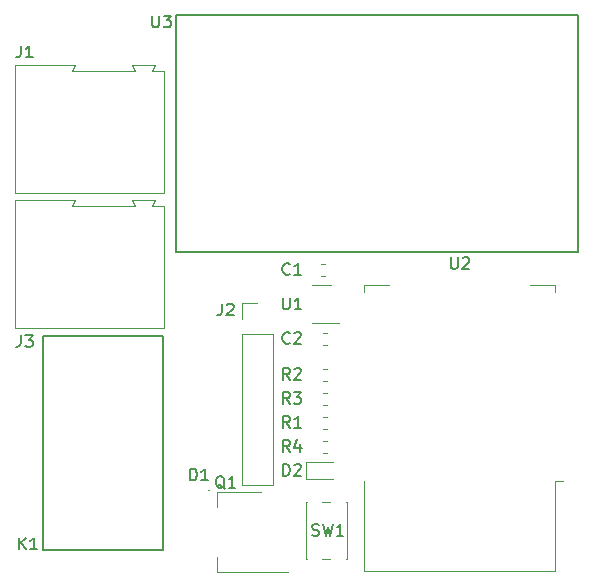
<source format=gto>
G04 #@! TF.GenerationSoftware,KiCad,Pcbnew,5.0.2-bee76a0~70~ubuntu18.04.1*
G04 #@! TF.CreationDate,2019-01-14T20:29:46+01:00*
G04 #@! TF.ProjectId,AC Relay,41432052-656c-4617-992e-6b696361645f,rev?*
G04 #@! TF.SameCoordinates,PX41672a0PY5c0c740*
G04 #@! TF.FileFunction,Legend,Top*
G04 #@! TF.FilePolarity,Positive*
%FSLAX46Y46*%
G04 Gerber Fmt 4.6, Leading zero omitted, Abs format (unit mm)*
G04 Created by KiCad (PCBNEW 5.0.2-bee76a0~70~ubuntu18.04.1) date lun 14 ene 2019 20:29:46 CET*
%MOMM*%
%LPD*%
G01*
G04 APERTURE LIST*
%ADD10C,0.150000*%
%ADD11C,0.120000*%
%ADD12C,0.100000*%
G04 APERTURE END LIST*
D10*
G04 #@! TO.C,U3*
X14478000Y28448000D02*
X14478000Y48514000D01*
X14478000Y48514000D02*
X48514000Y48514000D01*
X48514000Y48514000D02*
X48514000Y28448000D01*
X48514000Y28448000D02*
X14478000Y28448000D01*
D11*
G04 #@! TO.C,U1*
X27597000Y25603000D02*
X25997000Y25603000D01*
X25997000Y22403000D02*
X28297000Y22403000D01*
G04 #@! TO.C,SW1*
X28928000Y2376000D02*
X28828000Y2376000D01*
X25428000Y2376000D02*
X25528000Y2376000D01*
X25528000Y7276000D02*
X25428000Y7276000D01*
X28928000Y7276000D02*
X28828000Y7276000D01*
X27528000Y7276000D02*
X26828000Y7276000D01*
X27528000Y2376000D02*
X26828000Y2376000D01*
X28928000Y2376000D02*
X28928000Y7276000D01*
X25428000Y7276000D02*
X25428000Y2376000D01*
G04 #@! TO.C,C2*
X26888221Y20572000D02*
X27213779Y20572000D01*
X26888221Y21592000D02*
X27213779Y21592000D01*
G04 #@! TO.C,C1*
X27086779Y26414000D02*
X26761221Y26414000D01*
X27086779Y27434000D02*
X26761221Y27434000D01*
G04 #@! TO.C,J2*
X20006000Y8703000D02*
X22666000Y8703000D01*
X20006000Y21463000D02*
X20006000Y8703000D01*
X22666000Y21463000D02*
X22666000Y8703000D01*
X20006000Y21463000D02*
X22666000Y21463000D01*
X20006000Y22733000D02*
X20006000Y24063000D01*
X20006000Y24063000D02*
X21336000Y24063000D01*
D12*
G04 #@! TO.C,D1*
X17293000Y8255000D02*
G75*
G03X17293000Y8255000I-50000J0D01*
G01*
D11*
G04 #@! TO.C,D2*
X27724000Y10641000D02*
X25439000Y10641000D01*
X25439000Y10641000D02*
X25439000Y9171000D01*
X25439000Y9171000D02*
X27724000Y9171000D01*
G04 #@! TO.C,U2*
X46581000Y1382000D02*
X30341000Y1382000D01*
X30341000Y1382000D02*
X30341000Y9002000D01*
X30341000Y25002000D02*
X30341000Y25622000D01*
X30341000Y25622000D02*
X32461000Y25622000D01*
X44461000Y25622000D02*
X46581000Y25622000D01*
X46581000Y25622000D02*
X46581000Y25002000D01*
X46581000Y9002000D02*
X46581000Y1382000D01*
X46581000Y9002000D02*
X47191000Y9002000D01*
G04 #@! TO.C,R1*
X27222267Y14480000D02*
X26879733Y14480000D01*
X27222267Y13460000D02*
X26879733Y13460000D01*
G04 #@! TO.C,R2*
X26879733Y18544000D02*
X27222267Y18544000D01*
X26879733Y17524000D02*
X27222267Y17524000D01*
G04 #@! TO.C,R3*
X27222267Y16512000D02*
X26879733Y16512000D01*
X27222267Y15492000D02*
X26879733Y15492000D01*
G04 #@! TO.C,R4*
X27222267Y11428000D02*
X26879733Y11428000D01*
X27222267Y12448000D02*
X26879733Y12448000D01*
G04 #@! TO.C,J3*
X812000Y32838000D02*
X812000Y21988000D01*
X5912000Y32838000D02*
X812000Y32838000D01*
X5612000Y32338000D02*
X5912000Y32838000D01*
X11012000Y32338000D02*
X5612000Y32338000D01*
X10762000Y32838000D02*
X11012000Y32338000D01*
X10812000Y32838000D02*
X10762000Y32838000D01*
X12712000Y32838000D02*
X10812000Y32838000D01*
X12462000Y32338000D02*
X12712000Y32838000D01*
X13412000Y32338000D02*
X12462000Y32338000D01*
X13412000Y21988000D02*
X13412000Y32338000D01*
X812000Y21988000D02*
X13412000Y21988000D01*
G04 #@! TO.C,J1*
X812000Y33418000D02*
X13412000Y33418000D01*
X13412000Y33418000D02*
X13412000Y43768000D01*
X13412000Y43768000D02*
X12462000Y43768000D01*
X12462000Y43768000D02*
X12712000Y44268000D01*
X12712000Y44268000D02*
X10812000Y44268000D01*
X10812000Y44268000D02*
X10762000Y44268000D01*
X10762000Y44268000D02*
X11012000Y43768000D01*
X11012000Y43768000D02*
X5612000Y43768000D01*
X5612000Y43768000D02*
X5912000Y44268000D01*
X5912000Y44268000D02*
X812000Y44268000D01*
X812000Y44268000D02*
X812000Y33418000D01*
G04 #@! TO.C,Q1*
X17902000Y8109000D02*
X17902000Y6849000D01*
X17902000Y1289000D02*
X17902000Y2549000D01*
X21662000Y8109000D02*
X17902000Y8109000D01*
X23912000Y1289000D02*
X17902000Y1289000D01*
D10*
G04 #@! TO.C,K1*
X13335000Y3175000D02*
X13335000Y21336000D01*
X13335000Y21336000D02*
X3175000Y21336000D01*
X3175000Y21336000D02*
X3175000Y3175000D01*
X3175000Y3175000D02*
X13335000Y3175000D01*
G04 #@! TO.C,U3*
X12446095Y48426620D02*
X12446095Y47617096D01*
X12493714Y47521858D01*
X12541333Y47474239D01*
X12636571Y47426620D01*
X12827047Y47426620D01*
X12922285Y47474239D01*
X12969904Y47521858D01*
X13017523Y47617096D01*
X13017523Y48426620D01*
X13398476Y48426620D02*
X14017523Y48426620D01*
X13684190Y48045667D01*
X13827047Y48045667D01*
X13922285Y47998048D01*
X13969904Y47950429D01*
X14017523Y47855191D01*
X14017523Y47617096D01*
X13969904Y47521858D01*
X13922285Y47474239D01*
X13827047Y47426620D01*
X13541333Y47426620D01*
X13446095Y47474239D01*
X13398476Y47521858D01*
G04 #@! TO.C,U1*
X23495095Y24550620D02*
X23495095Y23741096D01*
X23542714Y23645858D01*
X23590333Y23598239D01*
X23685571Y23550620D01*
X23876047Y23550620D01*
X23971285Y23598239D01*
X24018904Y23645858D01*
X24066523Y23741096D01*
X24066523Y24550620D01*
X25066523Y23550620D02*
X24495095Y23550620D01*
X24780809Y23550620D02*
X24780809Y24550620D01*
X24685571Y24407762D01*
X24590333Y24312524D01*
X24495095Y24264905D01*
G04 #@! TO.C,SW1*
X25971666Y4421239D02*
X26114523Y4373620D01*
X26352619Y4373620D01*
X26447857Y4421239D01*
X26495476Y4468858D01*
X26543095Y4564096D01*
X26543095Y4659334D01*
X26495476Y4754572D01*
X26447857Y4802191D01*
X26352619Y4849810D01*
X26162142Y4897429D01*
X26066904Y4945048D01*
X26019285Y4992667D01*
X25971666Y5087905D01*
X25971666Y5183143D01*
X26019285Y5278381D01*
X26066904Y5326000D01*
X26162142Y5373620D01*
X26400238Y5373620D01*
X26543095Y5326000D01*
X26876428Y5373620D02*
X27114523Y4373620D01*
X27305000Y5087905D01*
X27495476Y4373620D01*
X27733571Y5373620D01*
X28638333Y4373620D02*
X28066904Y4373620D01*
X28352619Y4373620D02*
X28352619Y5373620D01*
X28257380Y5230762D01*
X28162142Y5135524D01*
X28066904Y5087905D01*
G04 #@! TO.C,C2*
X24090333Y20724858D02*
X24042714Y20677239D01*
X23899857Y20629620D01*
X23804619Y20629620D01*
X23661761Y20677239D01*
X23566523Y20772477D01*
X23518904Y20867715D01*
X23471285Y21058191D01*
X23471285Y21201048D01*
X23518904Y21391524D01*
X23566523Y21486762D01*
X23661761Y21582000D01*
X23804619Y21629620D01*
X23899857Y21629620D01*
X24042714Y21582000D01*
X24090333Y21534381D01*
X24471285Y21534381D02*
X24518904Y21582000D01*
X24614142Y21629620D01*
X24852238Y21629620D01*
X24947476Y21582000D01*
X24995095Y21534381D01*
X25042714Y21439143D01*
X25042714Y21343905D01*
X24995095Y21201048D01*
X24423666Y20629620D01*
X25042714Y20629620D01*
G04 #@! TO.C,C1*
X24090333Y26566858D02*
X24042714Y26519239D01*
X23899857Y26471620D01*
X23804619Y26471620D01*
X23661761Y26519239D01*
X23566523Y26614477D01*
X23518904Y26709715D01*
X23471285Y26900191D01*
X23471285Y27043048D01*
X23518904Y27233524D01*
X23566523Y27328762D01*
X23661761Y27424000D01*
X23804619Y27471620D01*
X23899857Y27471620D01*
X24042714Y27424000D01*
X24090333Y27376381D01*
X25042714Y26471620D02*
X24471285Y26471620D01*
X24757000Y26471620D02*
X24757000Y27471620D01*
X24661761Y27328762D01*
X24566523Y27233524D01*
X24471285Y27185905D01*
G04 #@! TO.C,J2*
X18335666Y24042620D02*
X18335666Y23328334D01*
X18288047Y23185477D01*
X18192809Y23090239D01*
X18049952Y23042620D01*
X17954714Y23042620D01*
X18764238Y23947381D02*
X18811857Y23995000D01*
X18907095Y24042620D01*
X19145190Y24042620D01*
X19240428Y23995000D01*
X19288047Y23947381D01*
X19335666Y23852143D01*
X19335666Y23756905D01*
X19288047Y23614048D01*
X18716619Y23042620D01*
X19335666Y23042620D01*
G04 #@! TO.C,D1*
X15644904Y9072620D02*
X15644904Y10072620D01*
X15883000Y10072620D01*
X16025857Y10025000D01*
X16121095Y9929762D01*
X16168714Y9834524D01*
X16216333Y9644048D01*
X16216333Y9501191D01*
X16168714Y9310715D01*
X16121095Y9215477D01*
X16025857Y9120239D01*
X15883000Y9072620D01*
X15644904Y9072620D01*
X17168714Y9072620D02*
X16597285Y9072620D01*
X16883000Y9072620D02*
X16883000Y10072620D01*
X16787761Y9929762D01*
X16692523Y9834524D01*
X16597285Y9786905D01*
G04 #@! TO.C,D2*
X23518904Y9453620D02*
X23518904Y10453620D01*
X23757000Y10453620D01*
X23899857Y10406000D01*
X23995095Y10310762D01*
X24042714Y10215524D01*
X24090333Y10025048D01*
X24090333Y9882191D01*
X24042714Y9691715D01*
X23995095Y9596477D01*
X23899857Y9501239D01*
X23757000Y9453620D01*
X23518904Y9453620D01*
X24471285Y10358381D02*
X24518904Y10406000D01*
X24614142Y10453620D01*
X24852238Y10453620D01*
X24947476Y10406000D01*
X24995095Y10358381D01*
X25042714Y10263143D01*
X25042714Y10167905D01*
X24995095Y10025048D01*
X24423666Y9453620D01*
X25042714Y9453620D01*
G04 #@! TO.C,U2*
X37719095Y27979620D02*
X37719095Y27170096D01*
X37766714Y27074858D01*
X37814333Y27027239D01*
X37909571Y26979620D01*
X38100047Y26979620D01*
X38195285Y27027239D01*
X38242904Y27074858D01*
X38290523Y27170096D01*
X38290523Y27979620D01*
X38719095Y27884381D02*
X38766714Y27932000D01*
X38861952Y27979620D01*
X39100047Y27979620D01*
X39195285Y27932000D01*
X39242904Y27884381D01*
X39290523Y27789143D01*
X39290523Y27693905D01*
X39242904Y27551048D01*
X38671476Y26979620D01*
X39290523Y26979620D01*
G04 #@! TO.C,R1*
X24090333Y13517620D02*
X23757000Y13993810D01*
X23518904Y13517620D02*
X23518904Y14517620D01*
X23899857Y14517620D01*
X23995095Y14470000D01*
X24042714Y14422381D01*
X24090333Y14327143D01*
X24090333Y14184286D01*
X24042714Y14089048D01*
X23995095Y14041429D01*
X23899857Y13993810D01*
X23518904Y13993810D01*
X25042714Y13517620D02*
X24471285Y13517620D01*
X24757000Y13517620D02*
X24757000Y14517620D01*
X24661761Y14374762D01*
X24566523Y14279524D01*
X24471285Y14231905D01*
G04 #@! TO.C,R2*
X24090333Y17581620D02*
X23757000Y18057810D01*
X23518904Y17581620D02*
X23518904Y18581620D01*
X23899857Y18581620D01*
X23995095Y18534000D01*
X24042714Y18486381D01*
X24090333Y18391143D01*
X24090333Y18248286D01*
X24042714Y18153048D01*
X23995095Y18105429D01*
X23899857Y18057810D01*
X23518904Y18057810D01*
X24471285Y18486381D02*
X24518904Y18534000D01*
X24614142Y18581620D01*
X24852238Y18581620D01*
X24947476Y18534000D01*
X24995095Y18486381D01*
X25042714Y18391143D01*
X25042714Y18295905D01*
X24995095Y18153048D01*
X24423666Y17581620D01*
X25042714Y17581620D01*
G04 #@! TO.C,R3*
X24090333Y15549620D02*
X23757000Y16025810D01*
X23518904Y15549620D02*
X23518904Y16549620D01*
X23899857Y16549620D01*
X23995095Y16502000D01*
X24042714Y16454381D01*
X24090333Y16359143D01*
X24090333Y16216286D01*
X24042714Y16121048D01*
X23995095Y16073429D01*
X23899857Y16025810D01*
X23518904Y16025810D01*
X24423666Y16549620D02*
X25042714Y16549620D01*
X24709380Y16168667D01*
X24852238Y16168667D01*
X24947476Y16121048D01*
X24995095Y16073429D01*
X25042714Y15978191D01*
X25042714Y15740096D01*
X24995095Y15644858D01*
X24947476Y15597239D01*
X24852238Y15549620D01*
X24566523Y15549620D01*
X24471285Y15597239D01*
X24423666Y15644858D01*
G04 #@! TO.C,R4*
X24090333Y11485620D02*
X23757000Y11961810D01*
X23518904Y11485620D02*
X23518904Y12485620D01*
X23899857Y12485620D01*
X23995095Y12438000D01*
X24042714Y12390381D01*
X24090333Y12295143D01*
X24090333Y12152286D01*
X24042714Y12057048D01*
X23995095Y12009429D01*
X23899857Y11961810D01*
X23518904Y11961810D01*
X24947476Y12152286D02*
X24947476Y11485620D01*
X24709380Y12533239D02*
X24471285Y11818953D01*
X25090333Y11818953D01*
G04 #@! TO.C,J3*
X1317666Y21375620D02*
X1317666Y20661334D01*
X1270047Y20518477D01*
X1174809Y20423239D01*
X1031952Y20375620D01*
X936714Y20375620D01*
X1698619Y21375620D02*
X2317666Y21375620D01*
X1984333Y20994667D01*
X2127190Y20994667D01*
X2222428Y20947048D01*
X2270047Y20899429D01*
X2317666Y20804191D01*
X2317666Y20566096D01*
X2270047Y20470858D01*
X2222428Y20423239D01*
X2127190Y20375620D01*
X1841476Y20375620D01*
X1746238Y20423239D01*
X1698619Y20470858D01*
G04 #@! TO.C,J1*
X1317666Y45886620D02*
X1317666Y45172334D01*
X1270047Y45029477D01*
X1174809Y44934239D01*
X1031952Y44886620D01*
X936714Y44886620D01*
X2317666Y44886620D02*
X1746238Y44886620D01*
X2031952Y44886620D02*
X2031952Y45886620D01*
X1936714Y45743762D01*
X1841476Y45648524D01*
X1746238Y45600905D01*
G04 #@! TO.C,Q1*
X18573761Y8342381D02*
X18478523Y8390000D01*
X18383285Y8485239D01*
X18240428Y8628096D01*
X18145190Y8675715D01*
X18049952Y8675715D01*
X18097571Y8437620D02*
X18002333Y8485239D01*
X17907095Y8580477D01*
X17859476Y8770953D01*
X17859476Y9104286D01*
X17907095Y9294762D01*
X18002333Y9390000D01*
X18097571Y9437620D01*
X18288047Y9437620D01*
X18383285Y9390000D01*
X18478523Y9294762D01*
X18526142Y9104286D01*
X18526142Y8770953D01*
X18478523Y8580477D01*
X18383285Y8485239D01*
X18288047Y8437620D01*
X18097571Y8437620D01*
X19478523Y8437620D02*
X18907095Y8437620D01*
X19192809Y8437620D02*
X19192809Y9437620D01*
X19097571Y9294762D01*
X19002333Y9199524D01*
X18907095Y9151905D01*
G04 #@! TO.C,K1*
X1166904Y3230620D02*
X1166904Y4230620D01*
X1738333Y3230620D02*
X1309761Y3802048D01*
X1738333Y4230620D02*
X1166904Y3659191D01*
X2690714Y3230620D02*
X2119285Y3230620D01*
X2405000Y3230620D02*
X2405000Y4230620D01*
X2309761Y4087762D01*
X2214523Y3992524D01*
X2119285Y3944905D01*
G04 #@! TD*
M02*

</source>
